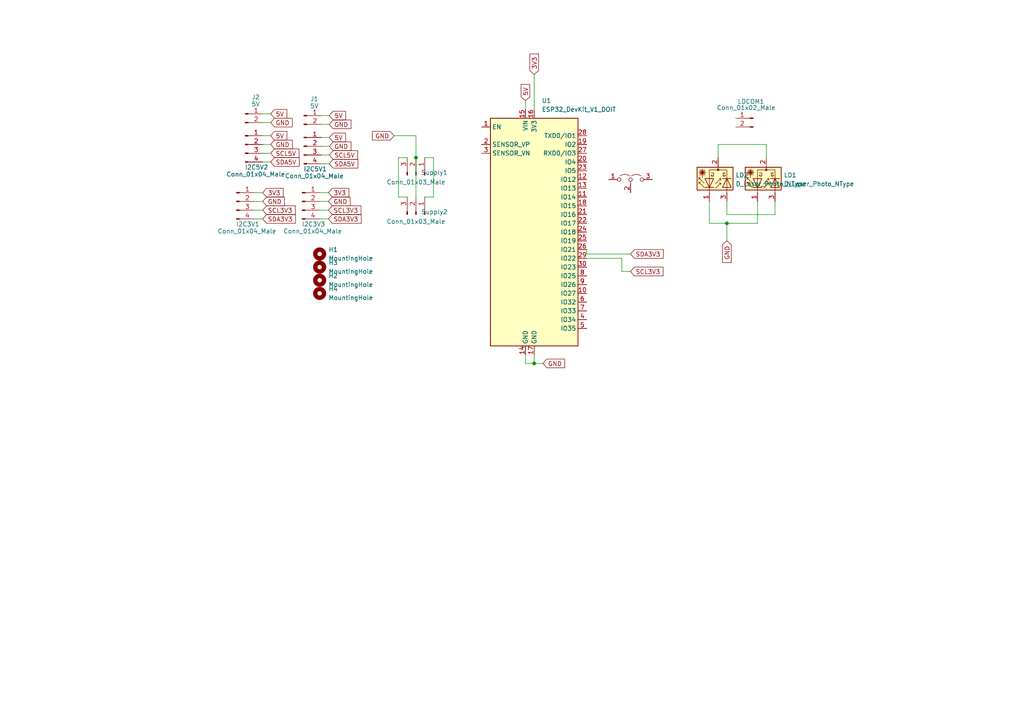
<source format=kicad_sch>
(kicad_sch (version 20231120) (generator "eeschema") (generator_version "8.0")
  (paper "A4")
  (lib_symbols
    (symbol "Connector:Conn_01x02_Male" (pin_names (offset 1.016) hide)
      (property "Reference" "J" (at 0 2.54 0))
      (property "Value" "Conn_01x02_Male" (at 0 -5.08 0))
      (symbol "Conn_01x02_Male_1_1"
        (polyline (pts (xy 1.27 -2.54) (xy 0.8636 -2.54)) (stroke (width 0.1524)))
        (polyline (pts (xy 1.27 0) (xy 0.8636 0)) (stroke (width 0.1524)))
        (rectangle (start 0.8636 -2.413) (end 0 -2.667) (stroke (width 0.1524)) (fill (type outline)))
        (rectangle (start 0.8636 0.127) (end 0 -0.127) (stroke (width 0.1524)) (fill (type outline)))
        (pin passive line (at 5.08 0 180) (length 3.81) (name "Pin_1") (number "1"))
        (pin passive line (at 5.08 -2.54 180) (length 3.81) (name "Pin_2") (number "2"))
      )
    )
    (symbol "Connector:Conn_01x03_Male" (pin_names (offset 1.016) hide)
      (property "Reference" "J" (at 0 5.08 0))
      (property "Value" "Conn_01x03_Male" (at 0 -5.08 0))
      (symbol "Conn_01x03_Male_1_1"
        (polyline (pts (xy 1.27 -2.54) (xy 0.8636 -2.54)) (stroke (width 0.1524)))
        (polyline (pts (xy 1.27 0) (xy 0.8636 0)) (stroke (width 0.1524)))
        (polyline (pts (xy 1.27 2.54) (xy 0.8636 2.54)) (stroke (width 0.1524)))
        (rectangle (start 0.8636 -2.413) (end 0 -2.667) (stroke (width 0.1524)) (fill (type outline)))
        (rectangle (start 0.8636 0.127) (end 0 -0.127) (stroke (width 0.1524)) (fill (type outline)))
        (rectangle (start 0.8636 2.667) (end 0 2.413) (stroke (width 0.1524)) (fill (type outline)))
        (pin passive line (at 5.08 2.54 180) (length 3.81) (name "Pin_1") (number "1"))
        (pin passive line (at 5.08 0 180) (length 3.81) (name "Pin_2") (number "2"))
        (pin passive line (at 5.08 -2.54 180) (length 3.81) (name "Pin_3") (number "3"))
      )
    )
    (symbol "Connector:Conn_01x04_Male" (pin_names (offset 1.016) hide)
      (property "Reference" "J" (at 0 5.08 0))
      (property "Value" "Conn_01x04_Male" (at 0 -7.62 0))
      (symbol "Conn_01x04_Male_1_1"
        (polyline (pts (xy 1.27 -5.08) (xy 0.8636 -5.08)) (stroke (width 0.1524)))
        (polyline (pts (xy 1.27 -2.54) (xy 0.8636 -2.54)) (stroke (width 0.1524)))
        (polyline (pts (xy 1.27 0) (xy 0.8636 0)) (stroke (width 0.1524)))
        (polyline (pts (xy 1.27 2.54) (xy 0.8636 2.54)) (stroke (width 0.1524)))
        (rectangle (start 0.8636 -4.953) (end 0 -5.207) (stroke (width 0.1524)) (fill (type outline)))
        (rectangle (start 0.8636 -2.413) (end 0 -2.667) (stroke (width 0.1524)) (fill (type outline)))
        (rectangle (start 0.8636 0.127) (end 0 -0.127) (stroke (width 0.1524)) (fill (type outline)))
        (rectangle (start 0.8636 2.667) (end 0 2.413) (stroke (width 0.1524)) (fill (type outline)))
        (pin passive line (at 5.08 2.54 180) (length 3.81) (name "Pin_1") (number "1"))
        (pin passive line (at 5.08 0 180) (length 3.81) (name "Pin_2") (number "2"))
        (pin passive line (at 5.08 -2.54 180) (length 3.81) (name "Pin_3") (number "3"))
        (pin passive line (at 5.08 -5.08 180) (length 3.81) (name "Pin_4") (number "4"))
      )
    )
    (symbol "Device:D_Laser_Photo_NType" (pin_names hide)
      (property "Reference" "LD" (at 1.016 7.112 0))
      (property "Value" "D_Laser_Photo_NType" (at 1.016 -5.588 0))
      (symbol "D_Laser_Photo_NType_0_1"
        (circle (center -1.524 0) (radius 0.254) (fill (type outline)))
        (arc (start -0.508 -1.778) (mid -0.3298 -1.5875) (end -0.508 -1.397))
        (arc (start 0 -2.159) (mid 0.3794 -1.778) (end 0 -1.397))
        (polyline (pts (xy -2.54 0) (xy -1.524 0)))
        (polyline (pts (xy -1.524 3.81) (xy 0 5.334)))
        (polyline (pts (xy -1.524 4.318) (xy 0 4.826)))
        (polyline (pts (xy -1.524 4.826) (xy 0 4.318)))
        (polyline (pts (xy -1.524 5.334) (xy 0 3.81)))
        (polyline (pts (xy -1.016 5.334) (xy -0.508 3.81)))
        (polyline (pts (xy -0.762 4.572) (xy -0.762 3.556)))
        (polyline (pts (xy -0.762 4.572) (xy -0.762 5.588)))
        (polyline (pts (xy -0.635 -1.397) (xy -0.635 -2.159)))
        (polyline (pts (xy -0.508 5.334) (xy -1.016 3.81)))
        (polyline (pts (xy 0 -1.397) (xy 0 -2.159)))
        (polyline (pts (xy 0 2.032) (xy 0 1.27)))
        (polyline (pts (xy 0.762 4.572) (xy -1.778 4.572)))
        (polyline (pts (xy 0.762 5.588) (xy 1.27 5.588)))
        (polyline (pts (xy 1.016 -1.27) (xy 1.016 -3.81)) (stroke (width 0.2032)))
        (polyline (pts (xy 1.016 -0.762) (xy 1.524 -0.762)))
        (polyline (pts (xy 3.556 3.81) (xy 3.556 1.27)) (stroke (width 0.2032)))
        (polyline (pts (xy -0.635 2.032) (xy -0.635 1.27) (xy -0.254 1.27)))
        (polyline (pts (xy 2.286 4.064) (xy 0.762 5.588) (xy 0.762 5.08)))
        (polyline (pts (xy 2.54 0.762) (xy 1.016 -0.762) (xy 1.016 -0.254)))
        (polyline (pts (xy 3.556 -1.27) (xy 3.556 -3.81) (xy 1.016 -2.54) (xy 3.556 -1.27)) (stroke (width 0.2032)))
        (polyline (pts (xy 5.08 2.54) (xy -1.524 2.54) (xy -1.524 -2.54) (xy 5.08 -2.54)))
        (polyline (pts (xy 3.556 4.064) (xy 2.032 5.588) (xy 2.032 5.08) (xy 2.032 5.588) (xy 2.54 5.588)))
        (polyline (pts (xy 3.81 0.762) (xy 2.286 -0.762) (xy 2.286 -0.254) (xy 2.286 -0.762) (xy 2.794 -0.762)))
        (arc (start 0 1.27) (mid 0.3794 1.651) (end 0 2.032))
        (rectangle (start 4.318 6.096) (end -2.286 -4.318) (stroke (width 0.254)) (fill (type background)))
      )
      (symbol "D_Laser_Photo_NType_1_1"
        (polyline (pts (xy 1.016 3.81) (xy 1.016 1.27) (xy 3.556 2.54) (xy 1.016 3.81)) (stroke (width 0.2032)))
        (pin passive line (at 7.62 2.54 180) (length 2.54) (name "~") (number "1"))
        (pin passive line (at -5.08 0 0) (length 2.54) (name "~") (number "2"))
        (pin passive line (at 7.62 -2.54 180) (length 2.54) (name "~") (number "3"))
      )
    )
    (symbol "Jumper:Jumper_3_Open" (pin_names (offset 0) hide)
      (property "Reference" "JP" (at -2.54 -2.54 0))
      (property "Value" "Jumper_3_Open" (at 0 2.794 0))
      (symbol "Jumper_3_Open_0_0"
        (circle (center -3.302 0) (radius 0.508))
        (circle (center 0 0) (radius 0.508))
        (circle (center 3.302 0) (radius 0.508))
      )
      (symbol "Jumper_3_Open_0_1"
        (arc (start -0.254 1.016) (mid -1.651 1.4992) (end -3.048 1.016))
        (polyline (pts (xy 0 -0.508) (xy 0 -1.27)))
        (arc (start 3.048 1.016) (mid 1.651 1.4992) (end 0.254 1.016))
      )
      (symbol "Jumper_3_Open_1_1"
        (pin passive line (at -6.35 0 0) (length 2.54) (name "A") (number "1"))
        (pin passive line (at 0 -3.81 90) (length 2.54) (name "C") (number "2"))
        (pin passive line (at 6.35 0 180) (length 2.54) (name "B") (number "3"))
      )
    )
    (symbol "Mechanical:MountingHole" (pin_names (offset 1.016))
      (property "Reference" "H" (at 0 5.08 0))
      (property "Value" "MountingHole" (at 0 3.175 0))
      (symbol "MountingHole_0_1"
        (circle (center 0 0) (radius 1.27) (stroke (width 1.27)))
      )
    )
    (symbol "created:ESP32_DevKit_V1_DOIT"
      (property "Reference" "U" (at -11.43 34.29 0))
      (property "Value" "ESP32_DevKit_V1_DOIT" (at 11.43 34.29 0))
      (symbol "ESP32_DevKit_V1_DOIT_1_1"
        (rectangle (start -12.7 33.02) (end 12.7 -33.02) (stroke (width 0.254)) (fill (type background)))
        (pin input line (at -15.24 30.48 0) (length 2.54) (name "EN") (number "1"))
        (pin bidirectional line (at 15.24 -17.78 180) (length 2.54) (name "IO27") (number "10"))
        (pin bidirectional line (at 15.24 10.16 180) (length 2.54) (name "IO14") (number "11"))
        (pin bidirectional line (at 15.24 15.24 180) (length 2.54) (name "IO12") (number "12"))
        (pin bidirectional line (at 15.24 12.7 180) (length 2.54) (name "IO13") (number "13"))
        (pin power_in line (at -2.54 -35.56 90) (length 2.54) (name "GND") (number "14"))
        (pin power_in line (at -2.54 35.56 270) (length 2.54) (name "VIN") (number "15"))
        (pin power_in line (at 0 35.56 270) (length 2.54) (name "3V3") (number "16"))
        (pin power_in line (at 0 -35.56 90) (length 2.54) (name "GND") (number "17"))
        (pin bidirectional line (at 15.24 7.62 180) (length 2.54) (name "IO15") (number "18"))
        (pin bidirectional line (at 15.24 25.4 180) (length 2.54) (name "IO2") (number "19"))
        (pin input line (at -15.24 25.4 0) (length 2.54) (name "SENSOR_VP") (number "2"))
        (pin bidirectional line (at 15.24 20.32 180) (length 2.54) (name "IO4") (number "20"))
        (pin bidirectional line (at 15.24 5.08 180) (length 2.54) (name "IO16") (number "21"))
        (pin bidirectional line (at 15.24 2.54 180) (length 2.54) (name "IO17") (number "22"))
        (pin bidirectional line (at 15.24 17.78 180) (length 2.54) (name "IO5") (number "23"))
        (pin bidirectional line (at 15.24 0 180) (length 2.54) (name "IO18") (number "24"))
        (pin bidirectional line (at 15.24 -2.54 180) (length 2.54) (name "IO19") (number "25"))
        (pin bidirectional line (at 15.24 -5.08 180) (length 2.54) (name "IO21") (number "26"))
        (pin bidirectional line (at 15.24 22.86 180) (length 2.54) (name "RXD0/IO3") (number "27"))
        (pin bidirectional line (at 15.24 27.94 180) (length 2.54) (name "TXD0/IO1") (number "28"))
        (pin bidirectional line (at 15.24 -7.62 180) (length 2.54) (name "IO22") (number "29"))
        (pin input line (at -15.24 22.86 0) (length 2.54) (name "SENSOR_VN") (number "3"))
        (pin bidirectional line (at 15.24 -10.16 180) (length 2.54) (name "IO23") (number "30"))
        (pin input line (at 15.24 -25.4 180) (length 2.54) (name "IO34") (number "4"))
        (pin input line (at 15.24 -27.94 180) (length 2.54) (name "IO35") (number "5"))
        (pin bidirectional line (at 15.24 -20.32 180) (length 2.54) (name "IO32") (number "6"))
        (pin bidirectional line (at 15.24 -22.86 180) (length 2.54) (name "IO33") (number "7"))
        (pin bidirectional line (at 15.24 -12.7 180) (length 2.54) (name "IO25") (number "8"))
        (pin bidirectional line (at 15.24 -15.24 180) (length 2.54) (name "IO26") (number "9"))
      )
    )
  )
  (junction (at 120.65 45.72))
  (junction (at 210.82 64.77))
  (junction (at 154.94 105.41))
  (wire (pts (xy 208.28 41.91) (xy 222.25 41.91)))
  (wire (pts (xy 170.18 73.66) (xy 170.18 72.39)))
  (wire (pts (xy 92.71 58.42) (xy 95.25 58.42)))
  (wire (pts (xy 92.71 60.96) (xy 95.25 60.96)))
  (wire (pts (xy 152.4 29.21) (xy 152.4 31.75)))
  (wire (pts (xy 180.34 78.74) (xy 182.88 78.74)))
  (wire (pts (xy 154.94 105.41) (xy 154.94 102.87)))
  (wire (pts (xy 118.11 45.72) (xy 115.57 45.72)))
  (wire (pts (xy 180.34 74.93) (xy 180.34 78.74)))
  (wire (pts (xy 219.71 64.77) (xy 219.71 58.42)))
  (wire (pts (xy 210.82 64.77) (xy 219.71 64.77)))
  (wire (pts (xy 205.74 64.77) (xy 210.82 64.77)))
  (wire (pts (xy 114.3 39.37) (xy 120.65 39.37)))
  (wire (pts (xy 76.2 39.37) (xy 78.486 39.37)))
  (wire (pts (xy 76.2 33.02) (xy 78.486 33.02)))
  (wire (pts (xy 152.4 105.41) (xy 154.94 105.41)))
  (wire (pts (xy 76.2 44.45) (xy 78.486 44.45)))
  (wire (pts (xy 76.2 46.99) (xy 78.486 46.99)))
  (wire (pts (xy 125.73 45.72) (xy 125.73 57.15)))
  (wire (pts (xy 120.65 39.37) (xy 120.65 45.72)))
  (wire (pts (xy 92.71 63.5) (xy 95.25 63.5)))
  (wire (pts (xy 73.66 60.96) (xy 76.2 60.96)))
  (wire (pts (xy 93.218 33.528) (xy 95.504 33.528)))
  (wire (pts (xy 120.65 45.72) (xy 120.65 57.15)))
  (wire (pts (xy 115.57 57.15) (xy 118.11 57.15)))
  (wire (pts (xy 73.66 55.88) (xy 76.2 55.88)))
  (wire (pts (xy 222.25 41.91) (xy 222.25 45.72)))
  (wire (pts (xy 93.218 39.878) (xy 95.504 39.878)))
  (wire (pts (xy 123.19 45.72) (xy 125.73 45.72)))
  (wire (pts (xy 210.82 69.85) (xy 210.82 64.77)))
  (wire (pts (xy 170.18 74.93) (xy 180.34 74.93)))
  (wire (pts (xy 93.218 47.498) (xy 95.504 47.498)))
  (wire (pts (xy 210.82 62.23) (xy 224.79 62.23)))
  (wire (pts (xy 152.4 102.87) (xy 152.4 105.41)))
  (wire (pts (xy 73.66 63.5) (xy 76.2 63.5)))
  (wire (pts (xy 93.218 44.958) (xy 95.504 44.958)))
  (wire (pts (xy 115.57 45.72) (xy 115.57 57.15)))
  (wire (pts (xy 73.66 58.42) (xy 76.2 58.42)))
  (wire (pts (xy 205.74 58.42) (xy 205.74 64.77)))
  (wire (pts (xy 93.218 42.418) (xy 95.504 42.418)))
  (wire (pts (xy 92.71 55.88) (xy 95.25 55.88)))
  (wire (pts (xy 76.2 41.91) (xy 78.486 41.91)))
  (wire (pts (xy 208.28 45.72) (xy 208.28 41.91)))
  (wire (pts (xy 154.94 21.59) (xy 154.94 31.75)))
  (wire (pts (xy 76.2 35.56) (xy 78.486 35.56)))
  (wire (pts (xy 224.79 62.23) (xy 224.79 58.42)))
  (wire (pts (xy 93.218 36.068) (xy 95.504 36.068)))
  (wire (pts (xy 182.88 73.66) (xy 170.18 73.66)))
  (wire (pts (xy 210.82 58.42) (xy 210.82 62.23)))
  (wire (pts (xy 154.94 105.41) (xy 157.48 105.41)))
  (wire (pts (xy 125.73 57.15) (xy 123.19 57.15)))
  (global_label "GND" (shape input) (at 95.25 58.42 0) (property "Intersheetrefs" "${INTERSHEET_REFS}" (effects (hide yes))))
  (global_label "SCL5V" (shape input) (at 78.486 44.45 0) (property "Intersheetrefs" "${INTERSHEET_REFS}" (effects (hide yes))))
  (global_label "GND" (shape input) (at 76.2 58.42 0) (property "Intersheetrefs" "${INTERSHEET_REFS}" (effects (hide yes))))
  (global_label "SDA5V" (shape input) (at 78.486 46.99 0) (property "Intersheetrefs" "${INTERSHEET_REFS}" (effects (hide yes))))
  (global_label "SDA3V3" (shape input) (at 95.25 63.5 0) (property "Intersheetrefs" "${INTERSHEET_REFS}" (effects (hide yes))))
  (global_label "SCL3V3" (shape input) (at 182.88 78.74 0) (property "Intersheetrefs" "${INTERSHEET_REFS}" (effects (hide yes))))
  (global_label "SDA5V" (shape input) (at 95.504 47.498 0) (property "Intersheetrefs" "${INTERSHEET_REFS}" (effects (hide yes))))
  (global_label "5V" (shape input) (at 78.486 33.02 0) (property "Intersheetrefs" "${INTERSHEET_REFS}" (effects (hide yes))))
  (global_label "SCL5V" (shape input) (at 95.504 44.958 0) (property "Intersheetrefs" "${INTERSHEET_REFS}" (effects (hide yes))))
  (global_label "GND" (shape input) (at 95.504 36.068 0) (property "Intersheetrefs" "${INTERSHEET_REFS}" (effects (hide yes))))
  (global_label "GND" (shape input) (at 157.48 105.41 0) (property "Intersheetrefs" "${INTERSHEET_REFS}" (effects (hide yes))))
  (global_label "3V3" (shape input) (at 154.94 21.59 90) (property "Intersheetrefs" "${INTERSHEET_REFS}" (effects (hide yes))))
  (global_label "3V3" (shape input) (at 95.25 55.88 0) (property "Intersheetrefs" "${INTERSHEET_REFS}" (effects (hide yes))))
  (global_label "GND" (shape input) (at 78.486 35.56 0) (property "Intersheetrefs" "${INTERSHEET_REFS}" (effects (hide yes))))
  (global_label "SCL3V3" (shape input) (at 76.2 60.96 0) (property "Intersheetrefs" "${INTERSHEET_REFS}" (effects (hide yes))))
  (global_label "SDA3V3" (shape input) (at 76.2 63.5 0) (property "Intersheetrefs" "${INTERSHEET_REFS}" (effects (hide yes))))
  (global_label "5V" (shape input) (at 95.504 39.878 0) (property "Intersheetrefs" "${INTERSHEET_REFS}" (effects (hide yes))))
  (global_label "GND" (shape input) (at 95.504 42.418 0) (property "Intersheetrefs" "${INTERSHEET_REFS}" (effects (hide yes))))
  (global_label "5V" (shape input) (at 152.4 29.21 90) (property "Intersheetrefs" "${INTERSHEET_REFS}" (effects (hide yes))))
  (global_label "SDA3V3" (shape input) (at 182.88 73.66 0) (property "Intersheetrefs" "${INTERSHEET_REFS}" (effects (hide yes))))
  (global_label "5V" (shape input) (at 95.504 33.528 0) (property "Intersheetrefs" "${INTERSHEET_REFS}" (effects (hide yes))))
  (global_label "5V" (shape input) (at 78.486 39.37 0) (property "Intersheetrefs" "${INTERSHEET_REFS}" (effects (hide yes))))
  (global_label "GND" (shape input) (at 114.3 39.37 180) (property "Intersheetrefs" "${INTERSHEET_REFS}" (effects (hide yes))))
  (global_label "GND" (shape input) (at 210.82 69.85 270) (property "Intersheetrefs" "${INTERSHEET_REFS}" (effects (hide yes))))
  (global_label "3V3" (shape input) (at 76.2 55.88 0) (property "Intersheetrefs" "${INTERSHEET_REFS}" (effects (hide yes))))
  (global_label "SCL3V3" (shape input) (at 95.25 60.96 0) (property "Intersheetrefs" "${INTERSHEET_REFS}" (effects (hide yes))))
  (global_label "GND" (shape input) (at 78.486 41.91 0) (property "Intersheetrefs" "${INTERSHEET_REFS}" (effects (hide yes))))
  (symbol (lib_id "Mechanical:MountingHole") (at 92.71 73.66 0) (unit 1)
    (property "Reference" "H1" (at 95.25 72.3899 0) (effects (justify left)))
    (property "Value" "MountingHole" (at 95.25 74.9299 0) (effects (justify left)))
    (property "Footprint" "MountingHole:MountingHole_3.2mm_M3" (effects (hide yes)))
  )
  (symbol (lib_id "Connector:Conn_01x04_Male") (at 71.12 41.91 0) (unit 1)
    (property "Reference" "I2C5V2" (at 74.422 48.514 0))
    (property "Value" "Conn_01x04_Male" (at 74.168 50.546 0))
    (property "Footprint" "Connector_JST:JST_XA_B04B-XASK-1_1x04_P2.50mm_Vertical" (effects (hide yes)))
  )
  (symbol (lib_id "Connector:Conn_01x03_Male") (at 120.65 62.23 270) (mirror x) (unit 1)
    (property "Reference" "Supply2" (at 125.984 61.468 90))
    (property "Value" "Conn_01x03_Male" (at 120.65 64.262 90))
    (property "Footprint" "Connector_JST:JST_XH_B3B-XH-A_1x03_P2.50mm_Vertical" (effects (hide yes)))
  )
  (symbol (lib_id "Connector:Conn_01x02_Male") (at 218.44 34.29 0) (mirror y) (unit 1)
    (property "Reference" "LDCOM1" (at 217.805 29.464 0))
    (property "Value" "Conn_01x02_Male" (at 216.408 31.242 0))
    (property "Footprint" "Connector_JST:JST_EH_B2B-EH-A_1x02_P2.50mm_Vertical" (effects (hide yes)))
  )
  (symbol (lib_id "Device:D_Laser_Photo_NType") (at 208.28 50.8 90) (mirror x) (unit 1)
    (property "Reference" "LD2" (at 213.36 50.7999 90) (effects (justify right)))
    (property "Value" "D_Laser_Photo_NType" (at 213.36 53.3399 90) (effects (justify right)))
    (property "Footprint" "Connector_JST:JST_XH_B3B-XH-A_1x03_P2.50mm_Vertical" (effects (hide yes)))
    (property "Datasheet" "http://www.egismos.disonhu.com/laser/diode-package.htm" (effects (hide yes)))
  )
  (symbol (lib_id "Connector:Conn_01x02_Male") (at 71.12 33.02 0) (unit 1)
    (property "Reference" "J2" (at 74.168 28.194 0))
    (property "Value" "5V" (at 74.168 30.226 0))
    (property "Footprint" "Connector_JST:JST_EH_B2B-EH-A_1x02_P2.50mm_Vertical" (effects (hide yes)))
  )
  (symbol (lib_id "Connector:Conn_01x02_Male") (at 88.138 33.528 0) (unit 1)
    (property "Reference" "J1" (at 91.186 28.702 0))
    (property "Value" "5V" (at 91.186 30.734 0))
    (property "Footprint" "Connector_JST:JST_EH_B2B-EH-A_1x02_P2.50mm_Vertical" (effects (hide yes)))
  )
  (symbol (lib_id "Connector:Conn_01x04_Male") (at 88.138 42.418 0) (unit 1)
    (property "Reference" "I2C5V1" (at 91.44 49.022 0))
    (property "Value" "Conn_01x04_Male" (at 91.186 51.054 0))
    (property "Footprint" "Connector_JST:JST_XA_B04B-XASK-1_1x04_P2.50mm_Vertical" (effects (hide yes)))
  )
  (symbol (lib_id "Connector:Conn_01x03_Male") (at 120.65 50.8 270) (mirror x) (unit 1)
    (property "Reference" "Supply1" (at 125.984 50.038 90))
    (property "Value" "Conn_01x03_Male" (at 120.65 52.832 90))
    (property "Footprint" "Connector_JST:JST_XH_B3B-XH-A_1x03_P2.50mm_Vertical" (effects (hide yes)))
  )
  (symbol (lib_id "Connector:Conn_01x04_Male") (at 68.58 58.42 0) (unit 1)
    (property "Reference" "I2C3V1" (at 71.882 65.024 0))
    (property "Value" "Conn_01x04_Male" (at 71.628 67.056 0))
    (property "Footprint" "Connector_JST:JST_XA_B04B-XASK-1_1x04_P2.50mm_Vertical" (effects (hide yes)))
  )
  (symbol (lib_id "Mechanical:MountingHole") (at 92.71 81.28 0) (unit 1)
    (property "Reference" "H2" (at 95.25 80.0099 0) (effects (justify left)))
    (property "Value" "MountingHole" (at 95.25 82.5499 0) (effects (justify left)))
    (property "Footprint" "MountingHole:MountingHole_3.2mm_M3" (effects (hide yes)))
  )
  (symbol (lib_id "created:ESP32_DevKit_V1_DOIT") (at 154.94 67.31 0) (unit 1)
    (property "Reference" "U1" (at 157.1341 29.21 0) (effects (justify left)))
    (property "Value" "ESP32_DevKit_V1_DOIT" (at 157.1341 31.75 0) (effects (justify left)))
    (property "Footprint" "Created:esp32_devkit_v1_doit" (effects (hide yes)))
  )
  (symbol (lib_id "Connector:Conn_01x04_Male") (at 87.63 58.42 0) (unit 1)
    (property "Reference" "I2C3V3" (at 90.932 65.024 0))
    (property "Value" "Conn_01x04_Male" (at 90.678 67.056 0))
    (property "Footprint" "Connector_JST:JST_XA_B04B-XASK-1_1x04_P2.50mm_Vertical" (effects (hide yes)))
  )
  (symbol (lib_id "Device:D_Laser_Photo_NType") (at 222.25 50.8 90) (mirror x) (unit 1)
    (property "Reference" "LD1" (at 227.33 50.7999 90) (effects (justify right)))
    (property "Value" "D_Laser_Photo_NType" (at 227.33 53.3399 90) (effects (justify right)))
    (property "Footprint" "Connector_JST:JST_XH_B3B-XH-A_1x03_P2.50mm_Vertical" (effects (hide yes)))
    (property "Datasheet" "http://www.egismos.disonhu.com/laser/diode-package.htm" (effects (hide yes)))
  )
  (symbol (lib_id "Mechanical:MountingHole") (at 92.71 77.47 0) (unit 1)
    (property "Reference" "H3" (at 95.25 76.1999 0) (effects (justify left)))
    (property "Value" "MountingHole" (at 95.25 78.7399 0) (effects (justify left)))
    (property "Footprint" "MountingHole:MountingHole_3.2mm_M3" (effects (hide yes)))
  )
  (symbol (lib_id "Jumper:Jumper_3_Open") (at 182.88 52.07 0) (unit 1)
    (property "Reference" "JP3" (effects (hide yes)))
    (property "Value" "Jumper_3_Open" (effects (hide yes)))
    (property "Footprint" "Connector_PinHeader_2.54mm:PinHeader_1x03_P2.54mm_Vertical" (effects (hide yes)))
  )
  (symbol (lib_id "Mechanical:MountingHole") (at 92.71 85.09 0) (unit 1)
    (property "Reference" "H4" (at 95.25 83.8199 0) (effects (justify left)))
    (property "Value" "MountingHole" (at 95.25 86.3599 0) (effects (justify left)))
    (property "Footprint" "MountingHole:MountingHole_3.2mm_M3" (effects (hide yes)))
  )
)
</source>
